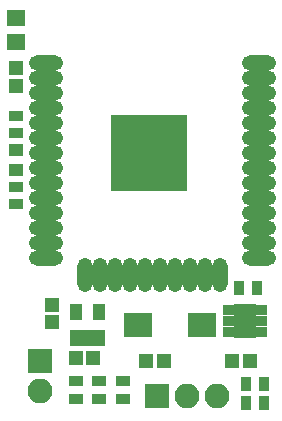
<source format=gbr>
G04 #@! TF.GenerationSoftware,KiCad,Pcbnew,(2017-08-16 revision 90873a101)-master*
G04 #@! TF.CreationDate,2017-12-27T22:47:25+02:00*
G04 #@! TF.ProjectId,esp-environment-sensors,6573702D656E7669726F6E6D656E742D,rev?*
G04 #@! TF.SameCoordinates,Original*
G04 #@! TF.FileFunction,Soldermask,Top*
G04 #@! TF.FilePolarity,Negative*
%FSLAX46Y46*%
G04 Gerber Fmt 4.6, Leading zero omitted, Abs format (unit mm)*
G04 Created by KiCad (PCBNEW (2017-08-16 revision 90873a101)-master) date Wed Dec 27 22:47:25 2017*
%MOMM*%
%LPD*%
G01*
G04 APERTURE LIST*
%ADD10O,2.900000X1.300000*%
%ADD11O,1.300000X2.900000*%
%ADD12R,6.400000X6.400000*%
%ADD13R,1.030000X0.850000*%
%ADD14R,1.900000X2.900000*%
%ADD15R,1.200000X1.150000*%
%ADD16R,1.150000X1.200000*%
%ADD17R,1.650000X1.400000*%
%ADD18R,1.200000X1.000000*%
%ADD19R,2.100000X2.100000*%
%ADD20O,2.100000X2.100000*%
%ADD21R,1.300000X0.900000*%
%ADD22R,0.900000X1.300000*%
%ADD23R,2.400000X2.000000*%
%ADD24R,1.050000X1.460000*%
G04 APERTURE END LIST*
D10*
X126500000Y-109793000D03*
X126500000Y-111063000D03*
X126500000Y-112333000D03*
X126500000Y-113603000D03*
X126500000Y-114873000D03*
X126517000Y-116143000D03*
X126517000Y-117413000D03*
X126517000Y-118683000D03*
X126517000Y-119953000D03*
X126517000Y-121223000D03*
X126517000Y-122493000D03*
X126517000Y-123763000D03*
X126517000Y-125033000D03*
X126517000Y-126303000D03*
D11*
X123215000Y-127750000D03*
X121945000Y-127750000D03*
X120675000Y-127750000D03*
X119405000Y-127750000D03*
X118135000Y-127750000D03*
X116865000Y-127750000D03*
X115595000Y-127750000D03*
X114325000Y-127750000D03*
X113055000Y-127750000D03*
X111785000Y-127750000D03*
D10*
X108500000Y-126303000D03*
X108500000Y-125033000D03*
X108500000Y-123763000D03*
X108500000Y-122493000D03*
X108500000Y-121223000D03*
X108500000Y-119953000D03*
X108500000Y-118683000D03*
X108500000Y-117413000D03*
X108500000Y-116143000D03*
X108500000Y-114873000D03*
X108500000Y-113603000D03*
X108500000Y-112333000D03*
X108500000Y-111063000D03*
X108500000Y-109793000D03*
D12*
X117200000Y-117450000D03*
D13*
X124000000Y-130700000D03*
X124000000Y-131650000D03*
X124000000Y-132600000D03*
X126680000Y-132600000D03*
X126680000Y-131650000D03*
X126680000Y-130700000D03*
D14*
X125340000Y-131650000D03*
D15*
X111000000Y-134800000D03*
X112500000Y-134800000D03*
D16*
X109000000Y-130250000D03*
X109000000Y-131750000D03*
D17*
X106000000Y-108000000D03*
X106000000Y-106000000D03*
D16*
X106000000Y-111750000D03*
X106000000Y-110250000D03*
D15*
X117000000Y-135000000D03*
X118500000Y-135000000D03*
X125750000Y-135000000D03*
X124250000Y-135000000D03*
D18*
X106000000Y-118850000D03*
X106000000Y-117150000D03*
D19*
X108000000Y-135000000D03*
D20*
X108000000Y-137540000D03*
D19*
X117920000Y-138000000D03*
D20*
X120460000Y-138000000D03*
X123000000Y-138000000D03*
D21*
X113000000Y-136750000D03*
X113000000Y-138250000D03*
X115000000Y-138250000D03*
X115000000Y-136750000D03*
X106000000Y-115750000D03*
X106000000Y-114250000D03*
D22*
X124850000Y-128800000D03*
X126350000Y-128800000D03*
D21*
X106000000Y-120250000D03*
X106000000Y-121750000D03*
D23*
X116300000Y-132000000D03*
X121700000Y-132000000D03*
D24*
X111050000Y-133100000D03*
X112000000Y-133100000D03*
X112950000Y-133100000D03*
X112950000Y-130900000D03*
X111050000Y-130900000D03*
D21*
X111000000Y-136750000D03*
X111000000Y-138250000D03*
D22*
X125450000Y-138600000D03*
X126950000Y-138600000D03*
X125450000Y-137000000D03*
X126950000Y-137000000D03*
M02*

</source>
